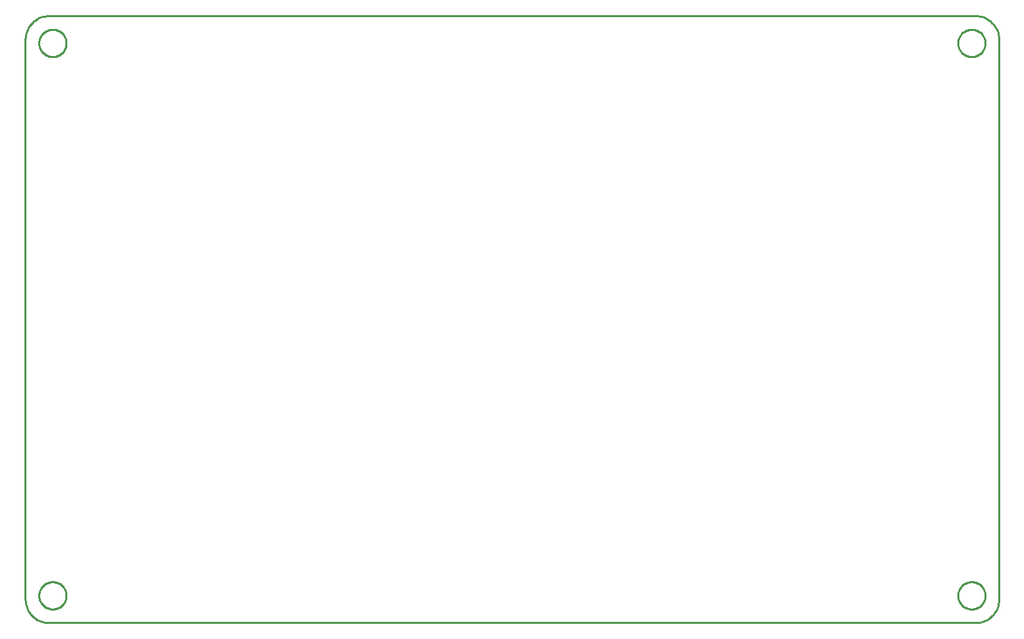
<source format=gbr>
G04 EAGLE Gerber RS-274X export*
G75*
%MOMM*%
%FSLAX34Y34*%
%LPD*%
%IN*%
%IPPOS*%
%AMOC8*
5,1,8,0,0,1.08239X$1,22.5*%
G01*
G04 Define Apertures*
%ADD10C,0.254000*%
D10*
X-625000Y-360000D02*
X-624886Y-362615D01*
X-624544Y-365209D01*
X-623978Y-367765D01*
X-623191Y-370261D01*
X-622189Y-372679D01*
X-620981Y-375000D01*
X-619575Y-377207D01*
X-617981Y-379284D01*
X-616213Y-381213D01*
X-614284Y-382981D01*
X-612207Y-384575D01*
X-610000Y-385981D01*
X-607679Y-387189D01*
X-605261Y-388191D01*
X-602765Y-388978D01*
X-600209Y-389544D01*
X-597615Y-389886D01*
X-595000Y-390000D01*
X595000Y-390000D01*
X597615Y-389886D01*
X600209Y-389544D01*
X602765Y-388978D01*
X605261Y-388191D01*
X607679Y-387189D01*
X610000Y-385981D01*
X612207Y-384575D01*
X614284Y-382981D01*
X616213Y-381213D01*
X617981Y-379284D01*
X619575Y-377207D01*
X620981Y-375000D01*
X622189Y-372679D01*
X623191Y-370261D01*
X623978Y-367765D01*
X624544Y-365209D01*
X624886Y-362615D01*
X625000Y-360000D01*
X625000Y360000D01*
X624886Y362615D01*
X624544Y365209D01*
X623978Y367765D01*
X623191Y370261D01*
X622189Y372679D01*
X620981Y375000D01*
X619575Y377207D01*
X617981Y379284D01*
X616213Y381213D01*
X614284Y382981D01*
X612207Y384575D01*
X610000Y385981D01*
X607679Y387189D01*
X605261Y388191D01*
X602765Y388978D01*
X600209Y389544D01*
X597615Y389886D01*
X595000Y390000D01*
X-595000Y390000D01*
X-597615Y389886D01*
X-600209Y389544D01*
X-602765Y388978D01*
X-605261Y388191D01*
X-607679Y387189D01*
X-610000Y385981D01*
X-612207Y384575D01*
X-614284Y382981D01*
X-616213Y381213D01*
X-617981Y379284D01*
X-619575Y377207D01*
X-620981Y375000D01*
X-622189Y372679D01*
X-623191Y370261D01*
X-623978Y367765D01*
X-624544Y365209D01*
X-624886Y362615D01*
X-625000Y360000D01*
X-625000Y-360000D01*
X-572500Y354427D02*
X-572500Y355573D01*
X-572575Y356716D01*
X-572725Y357852D01*
X-572948Y358976D01*
X-573245Y360083D01*
X-573613Y361168D01*
X-574051Y362226D01*
X-574558Y363254D01*
X-575131Y364246D01*
X-575768Y365199D01*
X-576465Y366108D01*
X-577221Y366969D01*
X-578031Y367779D01*
X-578892Y368535D01*
X-579801Y369232D01*
X-580754Y369869D01*
X-581746Y370442D01*
X-582774Y370949D01*
X-583832Y371387D01*
X-584917Y371755D01*
X-586024Y372052D01*
X-587148Y372276D01*
X-588284Y372425D01*
X-589427Y372500D01*
X-590573Y372500D01*
X-591716Y372425D01*
X-592852Y372276D01*
X-593976Y372052D01*
X-595083Y371755D01*
X-596168Y371387D01*
X-597226Y370949D01*
X-598254Y370442D01*
X-599246Y369869D01*
X-600199Y369232D01*
X-601108Y368535D01*
X-601969Y367779D01*
X-602779Y366969D01*
X-603535Y366108D01*
X-604232Y365199D01*
X-604869Y364246D01*
X-605442Y363254D01*
X-605949Y362226D01*
X-606387Y361168D01*
X-606755Y360083D01*
X-607052Y358976D01*
X-607276Y357852D01*
X-607425Y356716D01*
X-607500Y355573D01*
X-607500Y354427D01*
X-607425Y353284D01*
X-607276Y352148D01*
X-607052Y351024D01*
X-606755Y349917D01*
X-606387Y348832D01*
X-605949Y347774D01*
X-605442Y346746D01*
X-604869Y345754D01*
X-604232Y344801D01*
X-603535Y343892D01*
X-602779Y343031D01*
X-601969Y342221D01*
X-601108Y341465D01*
X-600199Y340768D01*
X-599246Y340131D01*
X-598254Y339558D01*
X-597226Y339051D01*
X-596168Y338613D01*
X-595083Y338245D01*
X-593976Y337948D01*
X-592852Y337725D01*
X-591716Y337575D01*
X-590573Y337500D01*
X-589427Y337500D01*
X-588284Y337575D01*
X-587148Y337725D01*
X-586024Y337948D01*
X-584917Y338245D01*
X-583832Y338613D01*
X-582774Y339051D01*
X-581746Y339558D01*
X-580754Y340131D01*
X-579801Y340768D01*
X-578892Y341465D01*
X-578031Y342221D01*
X-577221Y343031D01*
X-576465Y343892D01*
X-575768Y344801D01*
X-575131Y345754D01*
X-574558Y346746D01*
X-574051Y347774D01*
X-573613Y348832D01*
X-573245Y349917D01*
X-572948Y351024D01*
X-572725Y352148D01*
X-572575Y353284D01*
X-572500Y354427D01*
X-572500Y-355573D02*
X-572500Y-354427D01*
X-572575Y-353284D01*
X-572725Y-352148D01*
X-572948Y-351024D01*
X-573245Y-349917D01*
X-573613Y-348832D01*
X-574051Y-347774D01*
X-574558Y-346746D01*
X-575131Y-345754D01*
X-575768Y-344801D01*
X-576465Y-343892D01*
X-577221Y-343031D01*
X-578031Y-342221D01*
X-578892Y-341465D01*
X-579801Y-340768D01*
X-580754Y-340131D01*
X-581746Y-339558D01*
X-582774Y-339051D01*
X-583832Y-338613D01*
X-584917Y-338245D01*
X-586024Y-337948D01*
X-587148Y-337725D01*
X-588284Y-337575D01*
X-589427Y-337500D01*
X-590573Y-337500D01*
X-591716Y-337575D01*
X-592852Y-337725D01*
X-593976Y-337948D01*
X-595083Y-338245D01*
X-596168Y-338613D01*
X-597226Y-339051D01*
X-598254Y-339558D01*
X-599246Y-340131D01*
X-600199Y-340768D01*
X-601108Y-341465D01*
X-601969Y-342221D01*
X-602779Y-343031D01*
X-603535Y-343892D01*
X-604232Y-344801D01*
X-604869Y-345754D01*
X-605442Y-346746D01*
X-605949Y-347774D01*
X-606387Y-348832D01*
X-606755Y-349917D01*
X-607052Y-351024D01*
X-607276Y-352148D01*
X-607425Y-353284D01*
X-607500Y-354427D01*
X-607500Y-355573D01*
X-607425Y-356716D01*
X-607276Y-357852D01*
X-607052Y-358976D01*
X-606755Y-360083D01*
X-606387Y-361168D01*
X-605949Y-362226D01*
X-605442Y-363254D01*
X-604869Y-364246D01*
X-604232Y-365199D01*
X-603535Y-366108D01*
X-602779Y-366969D01*
X-601969Y-367779D01*
X-601108Y-368535D01*
X-600199Y-369232D01*
X-599246Y-369869D01*
X-598254Y-370442D01*
X-597226Y-370949D01*
X-596168Y-371387D01*
X-595083Y-371755D01*
X-593976Y-372052D01*
X-592852Y-372276D01*
X-591716Y-372425D01*
X-590573Y-372500D01*
X-589427Y-372500D01*
X-588284Y-372425D01*
X-587148Y-372276D01*
X-586024Y-372052D01*
X-584917Y-371755D01*
X-583832Y-371387D01*
X-582774Y-370949D01*
X-581746Y-370442D01*
X-580754Y-369869D01*
X-579801Y-369232D01*
X-578892Y-368535D01*
X-578031Y-367779D01*
X-577221Y-366969D01*
X-576465Y-366108D01*
X-575768Y-365199D01*
X-575131Y-364246D01*
X-574558Y-363254D01*
X-574051Y-362226D01*
X-573613Y-361168D01*
X-573245Y-360083D01*
X-572948Y-358976D01*
X-572725Y-357852D01*
X-572575Y-356716D01*
X-572500Y-355573D01*
X607500Y354427D02*
X607500Y355573D01*
X607425Y356716D01*
X607276Y357852D01*
X607052Y358976D01*
X606755Y360083D01*
X606387Y361168D01*
X605949Y362226D01*
X605442Y363254D01*
X604869Y364246D01*
X604232Y365199D01*
X603535Y366108D01*
X602779Y366969D01*
X601969Y367779D01*
X601108Y368535D01*
X600199Y369232D01*
X599246Y369869D01*
X598254Y370442D01*
X597226Y370949D01*
X596168Y371387D01*
X595083Y371755D01*
X593976Y372052D01*
X592852Y372276D01*
X591716Y372425D01*
X590573Y372500D01*
X589427Y372500D01*
X588284Y372425D01*
X587148Y372276D01*
X586024Y372052D01*
X584917Y371755D01*
X583832Y371387D01*
X582774Y370949D01*
X581746Y370442D01*
X580754Y369869D01*
X579801Y369232D01*
X578892Y368535D01*
X578031Y367779D01*
X577221Y366969D01*
X576465Y366108D01*
X575768Y365199D01*
X575131Y364246D01*
X574558Y363254D01*
X574051Y362226D01*
X573613Y361168D01*
X573245Y360083D01*
X572948Y358976D01*
X572725Y357852D01*
X572575Y356716D01*
X572500Y355573D01*
X572500Y354427D01*
X572575Y353284D01*
X572725Y352148D01*
X572948Y351024D01*
X573245Y349917D01*
X573613Y348832D01*
X574051Y347774D01*
X574558Y346746D01*
X575131Y345754D01*
X575768Y344801D01*
X576465Y343892D01*
X577221Y343031D01*
X578031Y342221D01*
X578892Y341465D01*
X579801Y340768D01*
X580754Y340131D01*
X581746Y339558D01*
X582774Y339051D01*
X583832Y338613D01*
X584917Y338245D01*
X586024Y337948D01*
X587148Y337725D01*
X588284Y337575D01*
X589427Y337500D01*
X590573Y337500D01*
X591716Y337575D01*
X592852Y337725D01*
X593976Y337948D01*
X595083Y338245D01*
X596168Y338613D01*
X597226Y339051D01*
X598254Y339558D01*
X599246Y340131D01*
X600199Y340768D01*
X601108Y341465D01*
X601969Y342221D01*
X602779Y343031D01*
X603535Y343892D01*
X604232Y344801D01*
X604869Y345754D01*
X605442Y346746D01*
X605949Y347774D01*
X606387Y348832D01*
X606755Y349917D01*
X607052Y351024D01*
X607276Y352148D01*
X607425Y353284D01*
X607500Y354427D01*
X607500Y-355573D02*
X607500Y-354427D01*
X607425Y-353284D01*
X607276Y-352148D01*
X607052Y-351024D01*
X606755Y-349917D01*
X606387Y-348832D01*
X605949Y-347774D01*
X605442Y-346746D01*
X604869Y-345754D01*
X604232Y-344801D01*
X603535Y-343892D01*
X602779Y-343031D01*
X601969Y-342221D01*
X601108Y-341465D01*
X600199Y-340768D01*
X599246Y-340131D01*
X598254Y-339558D01*
X597226Y-339051D01*
X596168Y-338613D01*
X595083Y-338245D01*
X593976Y-337948D01*
X592852Y-337725D01*
X591716Y-337575D01*
X590573Y-337500D01*
X589427Y-337500D01*
X588284Y-337575D01*
X587148Y-337725D01*
X586024Y-337948D01*
X584917Y-338245D01*
X583832Y-338613D01*
X582774Y-339051D01*
X581746Y-339558D01*
X580754Y-340131D01*
X579801Y-340768D01*
X578892Y-341465D01*
X578031Y-342221D01*
X577221Y-343031D01*
X576465Y-343892D01*
X575768Y-344801D01*
X575131Y-345754D01*
X574558Y-346746D01*
X574051Y-347774D01*
X573613Y-348832D01*
X573245Y-349917D01*
X572948Y-351024D01*
X572725Y-352148D01*
X572575Y-353284D01*
X572500Y-354427D01*
X572500Y-355573D01*
X572575Y-356716D01*
X572725Y-357852D01*
X572948Y-358976D01*
X573245Y-360083D01*
X573613Y-361168D01*
X574051Y-362226D01*
X574558Y-363254D01*
X575131Y-364246D01*
X575768Y-365199D01*
X576465Y-366108D01*
X577221Y-366969D01*
X578031Y-367779D01*
X578892Y-368535D01*
X579801Y-369232D01*
X580754Y-369869D01*
X581746Y-370442D01*
X582774Y-370949D01*
X583832Y-371387D01*
X584917Y-371755D01*
X586024Y-372052D01*
X587148Y-372276D01*
X588284Y-372425D01*
X589427Y-372500D01*
X590573Y-372500D01*
X591716Y-372425D01*
X592852Y-372276D01*
X593976Y-372052D01*
X595083Y-371755D01*
X596168Y-371387D01*
X597226Y-370949D01*
X598254Y-370442D01*
X599246Y-369869D01*
X600199Y-369232D01*
X601108Y-368535D01*
X601969Y-367779D01*
X602779Y-366969D01*
X603535Y-366108D01*
X604232Y-365199D01*
X604869Y-364246D01*
X605442Y-363254D01*
X605949Y-362226D01*
X606387Y-361168D01*
X606755Y-360083D01*
X607052Y-358976D01*
X607276Y-357852D01*
X607425Y-356716D01*
X607500Y-355573D01*
M02*

</source>
